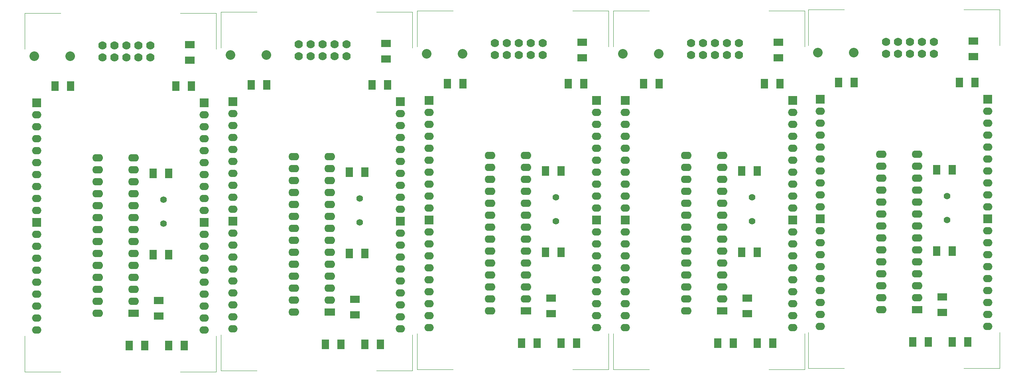
<source format=gts>
G04 (created by PCBNEW (2013-07-07 BZR 4022)-stable) date 5/4/2015 12:54:49 PM*
%MOIN*%
G04 Gerber Fmt 3.4, Leading zero omitted, Abs format*
%FSLAX34Y34*%
G01*
G70*
G90*
G04 APERTURE LIST*
%ADD10C,0.00590551*%
%ADD11C,0.00393701*%
%ADD12R,0.075X0.075*%
%ADD13O,0.08X0.06*%
%ADD14C,0.08*%
%ADD15R,0.06X0.08*%
%ADD16R,0.08X0.06*%
%ADD17C,0.056*%
%ADD18O,0.09X0.062*%
%ADD19R,0.09X0.062*%
%ADD20C,0.07*%
G04 APERTURE END LIST*
G54D10*
G54D11*
X27900Y-22900D02*
X27900Y-25900D01*
X27900Y-22900D02*
X30900Y-22900D01*
X43900Y-22900D02*
X40900Y-22900D01*
X43900Y-22900D02*
X43900Y-25900D01*
X27900Y-52900D02*
X30900Y-52900D01*
X27900Y-52900D02*
X27900Y-49900D01*
X43900Y-52900D02*
X43900Y-49900D01*
X43900Y-52900D02*
X40900Y-52900D01*
X44300Y-22800D02*
X44300Y-25800D01*
X44300Y-22800D02*
X47300Y-22800D01*
X60300Y-22800D02*
X57300Y-22800D01*
X60300Y-22800D02*
X60300Y-25800D01*
X44300Y-52800D02*
X47300Y-52800D01*
X44300Y-52800D02*
X44300Y-49800D01*
X60300Y-52800D02*
X60300Y-49800D01*
X60300Y-52800D02*
X57300Y-52800D01*
X60700Y-22800D02*
X60700Y-25800D01*
X60700Y-22800D02*
X63700Y-22800D01*
X76700Y-22800D02*
X73700Y-22800D01*
X76700Y-22800D02*
X76700Y-25800D01*
X60700Y-52800D02*
X63700Y-52800D01*
X60700Y-52800D02*
X60700Y-49800D01*
X76700Y-52800D02*
X76700Y-49800D01*
X76700Y-52800D02*
X73700Y-52800D01*
X77000Y-22700D02*
X77000Y-25700D01*
X77000Y-22700D02*
X80000Y-22700D01*
X93000Y-22700D02*
X90000Y-22700D01*
X93000Y-22700D02*
X93000Y-25700D01*
X77000Y-52700D02*
X80000Y-52700D01*
X77000Y-52700D02*
X77000Y-49700D01*
X93000Y-52700D02*
X93000Y-49700D01*
X93000Y-52700D02*
X90000Y-52700D01*
X11500Y-23000D02*
X11500Y-26000D01*
X11500Y-23000D02*
X14500Y-23000D01*
X27500Y-23000D02*
X24500Y-23000D01*
X27500Y-23000D02*
X27500Y-26000D01*
X11500Y-53000D02*
X14500Y-53000D01*
X11500Y-53000D02*
X11500Y-50000D01*
X27500Y-53000D02*
X27500Y-50000D01*
X27500Y-53000D02*
X24500Y-53000D01*
G54D12*
X28900Y-30400D03*
G54D13*
X28900Y-31400D03*
X28900Y-32400D03*
X28900Y-33400D03*
X28900Y-34400D03*
X28900Y-35400D03*
X28900Y-36400D03*
X28900Y-37400D03*
X28900Y-38400D03*
X28900Y-39400D03*
G54D12*
X28900Y-40400D03*
G54D13*
X28900Y-41400D03*
X28900Y-42400D03*
X28900Y-43400D03*
X28900Y-44400D03*
X28900Y-45400D03*
X28900Y-46400D03*
X28900Y-47400D03*
X28900Y-48400D03*
X28900Y-49400D03*
G54D12*
X42900Y-40400D03*
G54D13*
X42900Y-41400D03*
X42900Y-42400D03*
X42900Y-43400D03*
X42900Y-44400D03*
X42900Y-45400D03*
X42900Y-46400D03*
X42900Y-47400D03*
X42900Y-48400D03*
X42900Y-49400D03*
G54D12*
X42900Y-30400D03*
G54D13*
X42900Y-31400D03*
X42900Y-32400D03*
X42900Y-33400D03*
X42900Y-34400D03*
X42900Y-35400D03*
X42900Y-36400D03*
X42900Y-37400D03*
X42900Y-38400D03*
X42900Y-39400D03*
G54D14*
X28700Y-26496D03*
X31696Y-26500D03*
G54D15*
X41850Y-29000D03*
X40550Y-29000D03*
G54D16*
X41700Y-25550D03*
X41700Y-26850D03*
G54D15*
X31750Y-29000D03*
X30450Y-29000D03*
X38650Y-36300D03*
X39950Y-36300D03*
X38650Y-43100D03*
X39950Y-43100D03*
G54D17*
X39500Y-38500D03*
X39500Y-40500D03*
G54D18*
X37000Y-47000D03*
X37000Y-46000D03*
X37000Y-45000D03*
X37000Y-44000D03*
X37000Y-43000D03*
X37000Y-42000D03*
X37000Y-41000D03*
X37000Y-40000D03*
X37000Y-39000D03*
X37000Y-38000D03*
X37000Y-37000D03*
X37000Y-36000D03*
X37000Y-35000D03*
G54D19*
X37000Y-48000D03*
G54D18*
X34000Y-35000D03*
X34000Y-36000D03*
X34000Y-37000D03*
X34000Y-38000D03*
X34000Y-39000D03*
X34000Y-40000D03*
X34000Y-41000D03*
X34000Y-42000D03*
X34000Y-43000D03*
X34000Y-44000D03*
X34000Y-45000D03*
X34000Y-46000D03*
X34000Y-47000D03*
X34000Y-48000D03*
G54D15*
X41250Y-50700D03*
X39950Y-50700D03*
X36650Y-50700D03*
X37950Y-50700D03*
G54D16*
X39100Y-48250D03*
X39100Y-46950D03*
G54D20*
X34400Y-26600D03*
X34400Y-25600D03*
X35400Y-26600D03*
X35400Y-25600D03*
X36400Y-26600D03*
X36400Y-25600D03*
X37400Y-26600D03*
X37400Y-25600D03*
X38400Y-26600D03*
X38400Y-25600D03*
G54D12*
X45300Y-30300D03*
G54D13*
X45300Y-31300D03*
X45300Y-32300D03*
X45300Y-33300D03*
X45300Y-34300D03*
X45300Y-35300D03*
X45300Y-36300D03*
X45300Y-37300D03*
X45300Y-38300D03*
X45300Y-39300D03*
G54D12*
X45300Y-40300D03*
G54D13*
X45300Y-41300D03*
X45300Y-42300D03*
X45300Y-43300D03*
X45300Y-44300D03*
X45300Y-45300D03*
X45300Y-46300D03*
X45300Y-47300D03*
X45300Y-48300D03*
X45300Y-49300D03*
G54D12*
X59300Y-40300D03*
G54D13*
X59300Y-41300D03*
X59300Y-42300D03*
X59300Y-43300D03*
X59300Y-44300D03*
X59300Y-45300D03*
X59300Y-46300D03*
X59300Y-47300D03*
X59300Y-48300D03*
X59300Y-49300D03*
G54D12*
X59300Y-30300D03*
G54D13*
X59300Y-31300D03*
X59300Y-32300D03*
X59300Y-33300D03*
X59300Y-34300D03*
X59300Y-35300D03*
X59300Y-36300D03*
X59300Y-37300D03*
X59300Y-38300D03*
X59300Y-39300D03*
G54D14*
X45100Y-26396D03*
X48096Y-26400D03*
G54D15*
X58250Y-28900D03*
X56950Y-28900D03*
G54D16*
X58100Y-25450D03*
X58100Y-26750D03*
G54D15*
X48150Y-28900D03*
X46850Y-28900D03*
X55050Y-36200D03*
X56350Y-36200D03*
X55050Y-43000D03*
X56350Y-43000D03*
G54D17*
X55900Y-38400D03*
X55900Y-40400D03*
G54D18*
X53400Y-46900D03*
X53400Y-45900D03*
X53400Y-44900D03*
X53400Y-43900D03*
X53400Y-42900D03*
X53400Y-41900D03*
X53400Y-40900D03*
X53400Y-39900D03*
X53400Y-38900D03*
X53400Y-37900D03*
X53400Y-36900D03*
X53400Y-35900D03*
X53400Y-34900D03*
G54D19*
X53400Y-47900D03*
G54D18*
X50400Y-34900D03*
X50400Y-35900D03*
X50400Y-36900D03*
X50400Y-37900D03*
X50400Y-38900D03*
X50400Y-39900D03*
X50400Y-40900D03*
X50400Y-41900D03*
X50400Y-42900D03*
X50400Y-43900D03*
X50400Y-44900D03*
X50400Y-45900D03*
X50400Y-46900D03*
X50400Y-47900D03*
G54D15*
X57650Y-50600D03*
X56350Y-50600D03*
X53050Y-50600D03*
X54350Y-50600D03*
G54D16*
X55500Y-48150D03*
X55500Y-46850D03*
G54D20*
X50800Y-26500D03*
X50800Y-25500D03*
X51800Y-26500D03*
X51800Y-25500D03*
X52800Y-26500D03*
X52800Y-25500D03*
X53800Y-26500D03*
X53800Y-25500D03*
X54800Y-26500D03*
X54800Y-25500D03*
G54D12*
X61700Y-30300D03*
G54D13*
X61700Y-31300D03*
X61700Y-32300D03*
X61700Y-33300D03*
X61700Y-34300D03*
X61700Y-35300D03*
X61700Y-36300D03*
X61700Y-37300D03*
X61700Y-38300D03*
X61700Y-39300D03*
G54D12*
X61700Y-40300D03*
G54D13*
X61700Y-41300D03*
X61700Y-42300D03*
X61700Y-43300D03*
X61700Y-44300D03*
X61700Y-45300D03*
X61700Y-46300D03*
X61700Y-47300D03*
X61700Y-48300D03*
X61700Y-49300D03*
G54D12*
X75700Y-40300D03*
G54D13*
X75700Y-41300D03*
X75700Y-42300D03*
X75700Y-43300D03*
X75700Y-44300D03*
X75700Y-45300D03*
X75700Y-46300D03*
X75700Y-47300D03*
X75700Y-48300D03*
X75700Y-49300D03*
G54D12*
X75700Y-30300D03*
G54D13*
X75700Y-31300D03*
X75700Y-32300D03*
X75700Y-33300D03*
X75700Y-34300D03*
X75700Y-35300D03*
X75700Y-36300D03*
X75700Y-37300D03*
X75700Y-38300D03*
X75700Y-39300D03*
G54D14*
X61500Y-26396D03*
X64496Y-26400D03*
G54D15*
X74650Y-28900D03*
X73350Y-28900D03*
G54D16*
X74500Y-25450D03*
X74500Y-26750D03*
G54D15*
X64550Y-28900D03*
X63250Y-28900D03*
X71450Y-36200D03*
X72750Y-36200D03*
X71450Y-43000D03*
X72750Y-43000D03*
G54D17*
X72300Y-38400D03*
X72300Y-40400D03*
G54D18*
X69800Y-46900D03*
X69800Y-45900D03*
X69800Y-44900D03*
X69800Y-43900D03*
X69800Y-42900D03*
X69800Y-41900D03*
X69800Y-40900D03*
X69800Y-39900D03*
X69800Y-38900D03*
X69800Y-37900D03*
X69800Y-36900D03*
X69800Y-35900D03*
X69800Y-34900D03*
G54D19*
X69800Y-47900D03*
G54D18*
X66800Y-34900D03*
X66800Y-35900D03*
X66800Y-36900D03*
X66800Y-37900D03*
X66800Y-38900D03*
X66800Y-39900D03*
X66800Y-40900D03*
X66800Y-41900D03*
X66800Y-42900D03*
X66800Y-43900D03*
X66800Y-44900D03*
X66800Y-45900D03*
X66800Y-46900D03*
X66800Y-47900D03*
G54D15*
X74050Y-50600D03*
X72750Y-50600D03*
X69450Y-50600D03*
X70750Y-50600D03*
G54D16*
X71900Y-48150D03*
X71900Y-46850D03*
G54D20*
X67200Y-26500D03*
X67200Y-25500D03*
X68200Y-26500D03*
X68200Y-25500D03*
X69200Y-26500D03*
X69200Y-25500D03*
X70200Y-26500D03*
X70200Y-25500D03*
X71200Y-26500D03*
X71200Y-25500D03*
G54D12*
X78000Y-30200D03*
G54D13*
X78000Y-31200D03*
X78000Y-32200D03*
X78000Y-33200D03*
X78000Y-34200D03*
X78000Y-35200D03*
X78000Y-36200D03*
X78000Y-37200D03*
X78000Y-38200D03*
X78000Y-39200D03*
G54D12*
X78000Y-40200D03*
G54D13*
X78000Y-41200D03*
X78000Y-42200D03*
X78000Y-43200D03*
X78000Y-44200D03*
X78000Y-45200D03*
X78000Y-46200D03*
X78000Y-47200D03*
X78000Y-48200D03*
X78000Y-49200D03*
G54D12*
X92000Y-40200D03*
G54D13*
X92000Y-41200D03*
X92000Y-42200D03*
X92000Y-43200D03*
X92000Y-44200D03*
X92000Y-45200D03*
X92000Y-46200D03*
X92000Y-47200D03*
X92000Y-48200D03*
X92000Y-49200D03*
G54D12*
X92000Y-30200D03*
G54D13*
X92000Y-31200D03*
X92000Y-32200D03*
X92000Y-33200D03*
X92000Y-34200D03*
X92000Y-35200D03*
X92000Y-36200D03*
X92000Y-37200D03*
X92000Y-38200D03*
X92000Y-39200D03*
G54D14*
X77800Y-26296D03*
X80796Y-26300D03*
G54D15*
X90950Y-28800D03*
X89650Y-28800D03*
G54D16*
X90800Y-25350D03*
X90800Y-26650D03*
G54D15*
X80850Y-28800D03*
X79550Y-28800D03*
X87750Y-36100D03*
X89050Y-36100D03*
X87750Y-42900D03*
X89050Y-42900D03*
G54D17*
X88600Y-38300D03*
X88600Y-40300D03*
G54D18*
X86100Y-46800D03*
X86100Y-45800D03*
X86100Y-44800D03*
X86100Y-43800D03*
X86100Y-42800D03*
X86100Y-41800D03*
X86100Y-40800D03*
X86100Y-39800D03*
X86100Y-38800D03*
X86100Y-37800D03*
X86100Y-36800D03*
X86100Y-35800D03*
X86100Y-34800D03*
G54D19*
X86100Y-47800D03*
G54D18*
X83100Y-34800D03*
X83100Y-35800D03*
X83100Y-36800D03*
X83100Y-37800D03*
X83100Y-38800D03*
X83100Y-39800D03*
X83100Y-40800D03*
X83100Y-41800D03*
X83100Y-42800D03*
X83100Y-43800D03*
X83100Y-44800D03*
X83100Y-45800D03*
X83100Y-46800D03*
X83100Y-47800D03*
G54D15*
X90350Y-50500D03*
X89050Y-50500D03*
X85750Y-50500D03*
X87050Y-50500D03*
G54D16*
X88200Y-48050D03*
X88200Y-46750D03*
G54D20*
X83500Y-26400D03*
X83500Y-25400D03*
X84500Y-26400D03*
X84500Y-25400D03*
X85500Y-26400D03*
X85500Y-25400D03*
X86500Y-26400D03*
X86500Y-25400D03*
X87500Y-26400D03*
X87500Y-25400D03*
G54D12*
X12500Y-30500D03*
G54D13*
X12500Y-31500D03*
X12500Y-32500D03*
X12500Y-33500D03*
X12500Y-34500D03*
X12500Y-35500D03*
X12500Y-36500D03*
X12500Y-37500D03*
X12500Y-38500D03*
X12500Y-39500D03*
G54D12*
X12500Y-40500D03*
G54D13*
X12500Y-41500D03*
X12500Y-42500D03*
X12500Y-43500D03*
X12500Y-44500D03*
X12500Y-45500D03*
X12500Y-46500D03*
X12500Y-47500D03*
X12500Y-48500D03*
X12500Y-49500D03*
G54D12*
X26500Y-40500D03*
G54D13*
X26500Y-41500D03*
X26500Y-42500D03*
X26500Y-43500D03*
X26500Y-44500D03*
X26500Y-45500D03*
X26500Y-46500D03*
X26500Y-47500D03*
X26500Y-48500D03*
X26500Y-49500D03*
G54D12*
X26500Y-30500D03*
G54D13*
X26500Y-31500D03*
X26500Y-32500D03*
X26500Y-33500D03*
X26500Y-34500D03*
X26500Y-35500D03*
X26500Y-36500D03*
X26500Y-37500D03*
X26500Y-38500D03*
X26500Y-39500D03*
G54D14*
X12300Y-26596D03*
X15296Y-26600D03*
G54D15*
X25450Y-29100D03*
X24150Y-29100D03*
G54D16*
X25300Y-25650D03*
X25300Y-26950D03*
G54D15*
X15350Y-29100D03*
X14050Y-29100D03*
X22250Y-36400D03*
X23550Y-36400D03*
X22250Y-43200D03*
X23550Y-43200D03*
G54D17*
X23100Y-38600D03*
X23100Y-40600D03*
G54D18*
X20600Y-47100D03*
X20600Y-46100D03*
X20600Y-45100D03*
X20600Y-44100D03*
X20600Y-43100D03*
X20600Y-42100D03*
X20600Y-41100D03*
X20600Y-40100D03*
X20600Y-39100D03*
X20600Y-38100D03*
X20600Y-37100D03*
X20600Y-36100D03*
X20600Y-35100D03*
G54D19*
X20600Y-48100D03*
G54D18*
X17600Y-35100D03*
X17600Y-36100D03*
X17600Y-37100D03*
X17600Y-38100D03*
X17600Y-39100D03*
X17600Y-40100D03*
X17600Y-41100D03*
X17600Y-42100D03*
X17600Y-43100D03*
X17600Y-44100D03*
X17600Y-45100D03*
X17600Y-46100D03*
X17600Y-47100D03*
X17600Y-48100D03*
G54D15*
X24850Y-50800D03*
X23550Y-50800D03*
X20250Y-50800D03*
X21550Y-50800D03*
G54D16*
X22700Y-48350D03*
X22700Y-47050D03*
G54D20*
X18000Y-26700D03*
X18000Y-25700D03*
X19000Y-26700D03*
X19000Y-25700D03*
X20000Y-26700D03*
X20000Y-25700D03*
X21000Y-26700D03*
X21000Y-25700D03*
X22000Y-26700D03*
X22000Y-25700D03*
M02*

</source>
